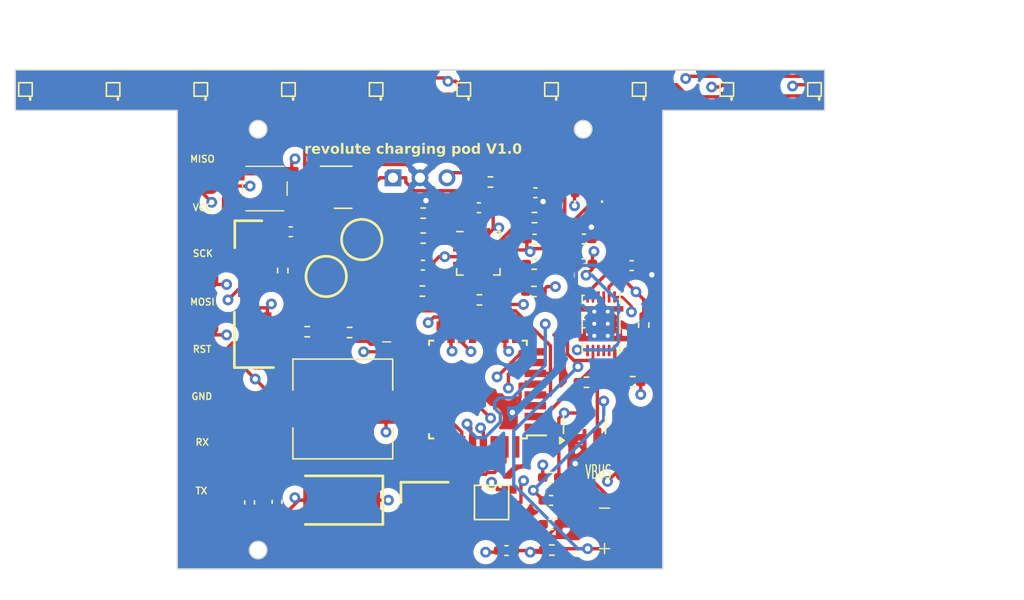
<source format=kicad_pcb>
(kicad_pcb (version 20240108) (generator "pcbnew") (generator_version "8.0")
  (layers (0 "F.Cu" signal) (1 "In1.Cu" signal) (2 "In2.Cu" signal) (31 "B.Cu" signal) (34 "B.Paste" user) (35 "F.Paste" user) (36 "B.SilkS" user "B.Silkscreen") (37 "F.SilkS" user "F.Silkscreen") (38 "B.Mask" user) (39 "F.Mask" user) (44 "Edge.Cuts" user))
  (net 0 "")
  (net 1 "BAT+")
  (net 2 "BAT-")
  (net 3 "Net-(U2-V_{DD})")
  (net 4 "VBUS")
  (net 5 "EN1")
  (net 6 "Net-(U6-GND)")
  (net 7 "Net-(U6-VCC)")
  (net 8 "3V")
  (net 9 "5V")
  (net 10 "PD6")
  (net 11 "Net-(D1-K)")
  (net 12 "Net-(D2-K)")
  (net 13 "Net-(D3-A)")
  (net 14 "Net-(D4-DO)")
  (net 15 "B2")
  (net 16 "Net-(D5-DO)")
  (net 17 "Net-(D6-DO)")
  (net 18 "Net-(D7-DO)")
  (net 19 "Net-(D8-DO)")
  (net 20 "Net-(D10-DI)")
  (net 21 "Net-(D10-DO)")
  (net 22 "Net-(D11-DO)")
  (net 23 "Net-(D12-DO)")
  (net 26 "OC")
  (net 28 "OD")
  (net 29 "Net-(D14-K)")
  (net 30 "V_BATT")
  (net 31 "SDA")
  (net 32 "SCL")
  (net 33 "GPOUT")
  (net 34 "Net-(U1-ILIM)")
  (net 35 "Net-(U1-ISET)")
  (net 36 "PGOOD")
  (net 37 "Net-(U1-~{CHG})")
  (net 38 "Net-(U6-CS)")
  (net 39 "FB")
  (net 40 "Net-(U4-~{RESET}{slash}PC6)")
  (net 41 "PB7")
  (net 42 "PB6")
  (net 43 "TS")
  (net 44 "CE")
  (net 45 "SYSOFF")
  (net 50 "RX")
  (net 51 "TX")
  (net 55 "PB3")
  (net 56 "PB4")
  (net 57 "PB5")
  (net 70 "Net-(D14-A)")
  (net 71 "Net-(U1-EN1)")
  (footprint "LED_SMD:LED_0402_1005Metric_Pad0.77x0.64mm_HandSolder" (layer "F.Cu") (at 129.5 106.5 90)
    (property "Reference" "D1" (hide yes))
    (property "Value" "LEDR")
  )
  (footprint "Resistor_SMD:R_0402_1005Metric_Pad0.72x0.64mm_HandSolder" (layer "F.Cu") (at 134.59 116.92 90)
    (property "Reference" "R5" (hide yes))
    (property "Value" "4.7k")
  )
  (footprint "Resistor_SMD:R_0402_1005Metric_Pad0.72x0.64mm_HandSolder" (layer "F.Cu") (at 118.24 110.47)
    (property "Reference" "R20" (hide yes))
    (property "Value" "10k")
  )
  (footprint "Capacitor_SMD:C_0402_1005Metric_Pad0.74x0.62mm_HandSolder" (layer "F.Cu") (at 118.22 112.48)
    (property "Reference" "C9" (hide yes))
    (property "Value" "10uF")
  )
  (footprint "Package_DFN_QFN:VQFN-16-1EP_3x3mm_P0.5mm_EP1.6x1.6mm" (layer "F.Cu") (at 122.3275 111.6)
    (property "Reference" "U1" (hide yes))
    (property "Value" "BQ24075RGT")
  )
  (footprint "Resistor_SMD:R_0402_1005Metric_Pad0.72x0.64mm_HandSolder" (layer "F.Cu") (at 127.7 128.22)
    (property "Reference" "R15" (hide yes))
    (property "Value" "10k")
  )
  (footprint "Capacitor_SMD:C_0402_1005Metric_Pad0.74x0.62mm_HandSolder" (layer "F.Cu") (at 122.37 108.22 180)
    (property "Reference" "C3" (hide yes))
    (property "Value" "1uF")
  )
  (footprint "Librarys:D_0805_2012Metric_Pad1.15x1.40mm_HandSolder" (layer "F.Cu") (at 115.53 116.62 90)
    (property "Reference" "D14" (hide yes))
    (property "Value" "D_Zener")
  )
  (footprint "LibraryD:Led-ARGB" (layer "F.Cu") (at 127.75 99.45 90)
    (property "Reference" "D7" (hide yes))
    (property "Value" "~")
  )
  (footprint "Librarys:battery" (layer "F.Cu") (at 134 132)
    (property "Reference" "B1" (hide yes))
    (property "Value" "300mah")
  )
  (footprint "LibraryD:Led-ARGB" (layer "F.Cu") (at 108.25 99.45 90)
    (property "Reference" "D10" (hide yes))
    (property "Value" "~")
  )
  (footprint "Resistor_SMD:R_0402_1005Metric_Pad0.72x0.64mm_HandSolder" (layer "F.Cu") (at 118.18 114.4)
    (property "Reference" "R1" (hide yes))
    (property "Value" "100k")
  )
  (footprint "Librarys:FS312F-G" (layer "F.Cu") (at 123.31 130.07)
    (property "Reference" "U6" (hide yes))
    (property "Value" "FS312F-G")
  )
  (footprint "Librarys:a3144" (layer "F.Cu") (at 118 106)
    (property "Reference" "U8" (hide yes))
    (property "Value" "A3144")
  )
  (footprint "Capacitor_SMD:C_0402_1005Metric_Pad0.74x0.62mm_HandSolder" (layer "F.Cu") (at 108.42 110)
    (property "Reference" "C7" (hide yes))
    (property "Value" "22uF")
  )
  (footprint "Librarys:pogopin" (layer "F.Cu") (at 112.367 111.946 -134)
    (property "Reference" "U5" (hide yes))
    (property "Value" "pogopins")
  )
  (footprint "Capacitor_SMD:C_0402_1005Metric_Pad0.74x0.62mm_HandSolder" (layer "F.Cu") (at 130.1525 110.54)
    (property "Reference" "C1" (hide yes))
    (property "Value" "1uF")
  )
  (footprint "Inductor_SMD:L_7.3x7.3_H4.5" (layer "F.Cu") (at 112.28 123.14)
    (property "Reference" "L1" (hide yes))
    (property "Value" "22uH")
  )
  (footprint "Resistor_SMD:R_0402_1005Metric_Pad0.72x0.64mm_HandSolder" (layer "F.Cu") (at 122.41 115.05 180)
    (property "Reference" "R2" (hide yes))
    (property "Value" "10k")
  )
  (footprint "Librarys:arduino pins" (layer "F.Cu") (at 101.8 101.2)
    (property "Reference" "U7" (hide yes))
    (property "Value" "arduinnno pinnnns")
  )
  (footprint "Capacitor_SMD:C_0402_1005Metric_Pad0.74x0.62mm_HandSolder" (layer "F.Cu") (at 126.56 107.11 180)
    (property "Reference" "C8" (hide yes))
    (property "Value" "22uF")
  )
  (footprint "Resistor_SMD:R_0402_1005Metric_Pad0.72x0.64mm_HandSolder" (layer "F.Cu") (at 107.83 112.88 -90)
    (property "Reference" "R13" (hide yes))
    (property "Value" "100k")
  )
  (footprint "Capacitor_SMD:C_0402_1005Metric_Pad0.74x0.62mm_HandSolder" (layer "F.Cu") (at 105.37 130.07 90)
    (property "Reference" "C10" (hide yes))
    (property "Value" "22pf")
  )
  (footprint "Resistor_SMD:R_0402_1005Metric_Pad0.72x0.64mm_HandSolder" (layer "F.Cu") (at 127.78 133.6)
    (property "Reference" "R12" (hide yes))
    (property "Value" "100")
  )
  (footprint "Package_TO_SOT_SMD:SOT-23" (layer "F.Cu") (at 112.3 106.7)
    (property "Reference" "Q2" (hide yes))
    (property "Value" "BSS84")
  )
  (footprint "Resistor_SMD:R_0402_1005Metric_Pad0.72x0.64mm_HandSolder" (layer "F.Cu") (at 112.78 117.47)
    (property "Reference" "R16" (hide yes))
    (property "Value" "1k")
  )
  (footprint "Capacitor_SMD:C_0402_1005Metric_Pad0.74x0.62mm_HandSolder" (layer "F.Cu") (at 107.4 130.03 90)
    (property "Reference" "C11" (hide yes))
    (property "Value" "22pf")
  )
  (footprint "LibraryD:Led-ARGB" (layer "F.Cu") (at 95.25 99.45 90)
    (property "Reference" "D12" (hide yes))
    (property "Value" "~")
  )
  (footprint "Librarys:MT3608" (layer "F.Cu") (at 105.74 112.87)
    (property "Reference" "U3" (hide yes))
    (property "Value" "MT3608")
  )
  (footprint "Resistor_SMD:R_0402_1005Metric_Pad0.72x0.64mm_HandSolder" (layer "F.Cu") (at 118.24 108.62)
    (property "Reference" "R8" (hide yes))
    (property "Value" "590R")
  )
  (footprint "LibraryD:Led-ARGB" (layer "F.Cu") (at 121.25 99.45 90)
    (property "Reference" "D8" (hide yes))
    (property "Value" "~")
  )
  (footprint "Capacitor_SMD:C_0402_1005Metric_Pad0.74x0.62mm_HandSolder" (layer "F.Cu") (at 126.4925 110.55)
    (property "Reference" "C4" (hide yes))
    (property "Value" "10uF")
  )
  (footprint "LibraryD:button 3x3" (layer "F.Cu") (at 106.5 106.8)
    (property "Reference" "SW1" (hide yes))
    (property "Value" "SW_Push")
  )
  (footprint "LibraryD:Led-ARGB" (layer "F.Cu") (at 140.75 99.45 90)
    (property "Reference" "D5" (hide yes))
    (property "Value" "~")
  )
  (footprint "Librarys:usbcpads" (layer "F.Cu") (at 134 126)
    (property "Reference" "U9" (hide yes))
    (property "Value" "~")
  )
  (footprint "LED_SMD:LED_0402_1005Metric_Pad0.77x0.64mm_HandSolder" (layer "F.Cu") (at 131.5 106.5 90)
    (property "Reference" "D2" (hide yes))
    (property "Value" "LEDB")
  )
  (footprint "LibraryD:Led-ARGB" (layer "F.Cu") (at 88.75 99.45 90)
    (property "Reference" "D13" (hide yes))
    (property "Value" "~")
  )
  (footprint "Librarys:SOT-23" (layer "F.Cu") (at 130.2 124.3125 90)
    (property "Reference" "U11" (hide yes))
    (property "Value" "APE8865NR-19-HF-3")
  )
  (footprint "Librarys:Crystal_SMD_5032-2Pin_5.0x3.2mm" (layer "F.Cu") (at 112.2 129.9 180)
    (property "Reference" "Y1" (hide yes))
    (property "Value" "16mhz")
  )
  (footprint "Capacitor_SMD:C_0402_1005Metric_Pad0.74x0.62mm_HandSolder" (layer "F.Cu") (at 124.41 133.64)
    (property "Reference" "C5" (hide yes))
    (property "Value" "100nf")
  )
  (footprint "Resistor_SMD:R_0402_1005Metric_Pad0.72x0.64mm_HandSolder" (layer "F.Cu") (at 123.23 106.31)
    (property "Reference" "R19" (hide yes))
    (property "Value" "10k")
  )
  (footprint "LibraryD:Led-ARGB" (layer "F.Cu") (at 101.75 99.45 90)
    (property "Reference" "D11" (hide yes))
    (property "Value" "~")
  )
  (footprint "LibraryD:Led-ARGB" (layer "F.Cu") (at 134.25 99.45 90)
    (property "Reference" "D6" (hide yes))
    (property "Value" "~")
  )
  (footprint "Librarys:8205A" (layer "F.Cu") (at 118.34 130.07 -90)
    (property "Reference" "Q1" (hide yes))
    (property "Value" "8205A")
  )
  (footprint "Package_QFP:TQFP-32_7x7mm_P0.8mm" (layer "F.Cu") (at 122.3 121.7 180)
    (property "Reference" "U4" (hide yes))
    (property "Value" "ATmega328-A")
  )
  (footprint "Capacitor_SMD:C_0402_1005Metric_Pad0.74x0.62mm_HandSolder" (layer "F.Cu") (at 127.72 129.92)
    (property "Reference" "C6" (hide yes))
    (property "Value" "22uF")
  )
  (footprint "Resistor_SMD:R_0402_1005Metric_Pad0.72x0.64mm_HandSolder" (layer "F.Cu") (at 109.64 117.41)
    (property "Reference" "R14" (hide yes))
    (property "Value" "12k")
  )
  (footprint "Librarys:D_SMA_Handsoldering" (layer "F.Cu") (at 105.27 112.135 -90)
    (property "Reference" "D3" (hide yes))
    (property "Value" "SS34")
  )
  (footprint "Resistor_SMD:R_0402_1005Metric_Pad0.72x0.64mm_HandSolder" (layer "F.Cu") (at 130.35 121.16 180)
    (property "Reference" "R6" (hide yes))
    (property "Value" "10k")
  )
  (footprint "Resistor_SMD:R_0402_1005Metric_Pad0.72x0.64mm_HandSolder" (layer "F.Cu") (at 126.47 112.4)
    (property "Reference" "R10" (hide yes))
    (property "Value" "1k")
  )
  (footprint "LibraryD:Led-ARGB" (layer "F.Cu") (at 114.75 99.45 90)
    (property "Reference" "D9" (hide yes))
    (property "Value" "~")
  )
  (footprint "Package_SON:Texas_S-PDSO-N12" (layer "F.Cu") (at 131.425 116.82 -90)
    (property "Reference" "U2" (hide yes))
    (property "Value" "BQ27441-G1")
  )
  (footprint "Resistor_SMD:R_0402_1005Metric_Pad0.72x0.64mm_HandSolder" (layer "F.Cu") (at 130.19 112.39)
    (property "Reference" "R3" (hide yes))
    (property "Value" "0.01")
  )
  (footprint "Capacitor_SMD:C_0402_1005Metric_Pad0.74x0.62mm_HandSolder" (layer "F.Cu") (at 133.69 112.51)
    (property "Reference" "C2" (hide yes))
    (property "Value" "0.47uF")
  )
  (footprint "Resistor_SMD:R_0402_1005Metric_Pad0.72x0.64mm_HandSolder" (layer "F.Cu") (at 126.45 114.43)
    (property "Reference" "R9" (hide yes))
    (property "Value" "1k")
  )
  (footprint "LibraryD:Led-ARGB" (layer "F.Cu") (at 147.25 99.45 90)
    (property "Reference" "D4" (hide yes))
    (property "Value" "~")
  )
  (footprint "Resistor_SMD:R_0402_1005Metric_Pad0.72x0.64mm_HandSolder" (layer "F.Cu") (at 126.49 108.95)
    (property "Reference" "R7" (hide yes))
    (property "Value" "1.1k")
  )
  (footprint "Resistor_SMD:R_0402_1005Metric_Pad0.72x0.64mm_HandSolder" (layer "F.Cu") (at 133.77 121.12)
    (property "Reference" "R4" (hide yes))
    (property "Value" "4.7k")
  )
  (footprint "Resistor_SMD:R_0402_1005Metric_Pad0.72x0.64mm_HandSolder" (layer "F.Cu") (at 127.72 131.69)
    (property "Reference" "R11" (hide yes))
    (property "Value" "2k")
  )
  (gr_line (start 88 101) (end 100 101) (stroke (width 0.1)) (layer "Edge.Cuts"))
  (gr_line (start 88 100) (end 88 101) (stroke (width 0.1)) (layer "Edge.Cuts"))
  (gr_line (start 100 101) (end 100 135) (stroke (width 0.1)) (layer "Edge.Cuts"))
  (gr_circle (center 106 133.6) (end 106.65 133.6) (stroke (width 0.1)) (fill none) (layer "Edge.Cuts"))
  (gr_line (start 148 100) (end 148 101) (stroke (width 0.1)) (layer "Edge.Cuts"))
  (gr_line (start 136 101) (end 148 101) (stroke (width 0.1)) (layer "Edge.Cuts"))
  (gr_line (start 148 100) (end 148 98) (stroke (width 0.1)) (layer "Edge.Cuts"))
  (gr_circle (center 130.1 102.4) (end 130.75 102.4) (stroke (width 0.1)) (fill none) (layer "Edge.Cuts"))
  (gr_line (start 88 98) (end 88 100) (stroke (width 0.1)) (layer "Edge.Cuts"))
  (gr_circle (center 106 102.4) (end 106.65 102.4) (stroke (width 0.1)) (fill none) (layer "Edge.Cuts"))
  (gr_line (start 136 101) (end 136 135) (stroke (width 0.1)) (layer "Edge.Cuts"))
  (gr_line (start 136 135) (end 100 135) (stroke (width 0.1)) (layer "Edge.Cuts"))
  (gr_line (start 148 98) (end 88 98) (stroke (width 0.1)) (layer "Edge.Cuts"))
  (gr_text "revolute charging pod V1.0" (at 109.42 104.34 0) (layer "F.SilkS") (effects (font (size 0.75 0.75) (thickness 0.125) (bold yes)) (justify left bottom)))
  (segment (start 128.4775 133.5) (end 128.3775 133.6) (width 0.25) (layer "F.Cu") (net 1))
  (segment (start 129.71 119.84) (end 129.71 120) (width 0.25) (layer "F.Cu") (net 1))
  (segment (start 134 133.5) (end 130.43 133.5) (width 0.25) (layer "F.Cu") (net 1))
  (segment (start 129.5925 114.0375) (end 128.935 114.695) (width 0.25) (layer "F.Cu") (net 1))
  (segment (start 129.415 119.545) (end 130.665 119.545) (width 0.25) (layer "F.Cu") (net 1))
  (segment (start 129.5925 110.5475) (end 129.5925 112.39) (width 0.25) (layer "F.Cu") (net 1))
  (segment (start 128.935 114.695) (end 128.935 119.065) (width 0.25) (layer "F.Cu") (net 1))
  (segment (start 129.415 119.545) (end 129.71 119.84) (width 0.25) (layer "F.Cu") (net 1))
  (segment (start 128.935 119.065) (end 129.415 119.545) (width 0.25) (layer "F.Cu") (net 1))
  (segment (start 129.585 110.54) (end 129.5925 110.5475) (width 0.25) (layer "F.Cu") (net 1))
  (segment (start 130.43 133.5) (end 128.4775 133.5) (width 0.25) (layer "F.Cu") (net 1))
  (segment (start 129.5925 112.39) (end 129.5925 114.0375) (width 0.25) (layer "F.Cu") (net 1))
  (segment (start 130.825 119.385) (end 130.825 119.12) (width 0.2) (layer "F.Cu") (net 1))
  (segment (start 130.665 119.545) (end 130.825 119.385) (width 0.2) (layer "F.Cu") (net 1))
  (segment (start 129.5925 114.0375) (end 130.4 114.845) (width 0.25) (layer "F.Cu") (net 1))
  (via (at 129.71 120) (size 0.8) (drill 0.4) (layers "F.Cu" "B.Cu") (net 1))
  (via (at 130.43 133.5) (size 0.8) (drill 0.4) (layers "F.Cu" "B.Cu") (net 1))
  (segment (start 124.9552 128.757205) (end 129.697995 133.5) (width 0.25) (layer "B.Cu") (net 1))
  (segment (start 129.71 120) (end 124.9552 124.7548) (width 0.25) (layer "B.Cu") (net 1))
  (segment (start 124.9552 124.7548) (end 124.9552 128.757205) (width 0.25) (layer "B.Cu") (net 1))
  (segment (start 129.697995 133.5) (end 130.43 133.5) (width 0.25) (layer "B.Cu") (net 1))
  (segment (start 122.3275 111.6) (end 122.3275 111.80026) (width 0.2) (layer "F.Cu") (net 2))
  (segment (start 132.0733 117.92) (end 132.0733 117.8683) (width 0.25) (layer "F.Cu") (net 2))
  (segment (start 123.0025 112.9625) (end 123.0775 113.0375) (width 0.2) (layer "F.Cu") (net 2))
  (segment (start 129.25 125.25) (end 130.1321 126.1321) (width 0.25) (layer "F.Cu") (net 2))
  (segment (start 117.9228 132.397) (end 117.1775 131.6517) (width 0.25) (layer "F.Cu") (net 2))
  (segment (start 130.7767 115.7717) (end 130.925 115.92) (width 0.25) (layer "F.Cu") (net 2))
  (segment (start 117.6425 108.8544) (end 117.6425 108.6871) (width 0.25) (layer "F.Cu") (net 2))
  (segment (start 105.37 129.5025) (end 104.7014 130.1711) (width 0.25) (layer "F.Cu") (net 2))
  (segment (start 125.8925 108.2743) (end 125.8925 108.95) (width 0.25) (layer "F.Cu") (net 2))
  (segment (start 95.1698 100.3106) (end 95.6 99.8804) (width 0.25) (layer "F.Cu") (net 2))
  (segment (start 107.36 129.5025) (end 105.37 129.5025) (width 0.25) (layer "F.Cu") (net 2))
  (segment (start 132.2875 110.54) (end 130.72 110.54) (width 0.25) (layer "F.Cu") (net 2))
  (segment (start 135.247 100.447) (end 140.5334 100.447) (width 0.25) (layer "F.Cu") (net 2))
  (segment (start 125.3821 122.8588) (end 125.4233 122.9) (width 0.25) (layer "F.Cu") (net 2))
  (segment (start 121.8535 112.2731) (end 121.6544 112.4722) (width 0.25) (layer "F.Cu") (net 2))
  (segment (start 96.0779 100.3583) (end 101.6263 100.3583) (width 0.25) (layer "F.Cu") (net 2))
  (segment (start 104.7014 130.1711) (end 104.7014 131.1025) (width 0.25) (layer "F.Cu") (net 2))
  (segment (start 109.4602 106.9398) (end 109.4602 105.0108) (width 0.25) (layer "F.Cu") (net 2))
  (segment (start 121.5775 112.600001) (end 121.5775 113.0375) (width 0.2) (layer "F.Cu") (net 2))
  (segment (start 132.79 115.72) (end 132.7375 115.72) (width 0.25) (layer "F.Cu") (net 2))
  (segment (start 121.5545 107.972) (end 121.8025 108.22) (width 0.25) (layer "F.Cu") (net 2))
  (segment (start 114.92 120.0967) (end 110.2375 120.0967) (width 0.25) (layer "F.Cu") (net 2))
  (segment (start 124.034 122.1) (end 124.2539 122.3199) (width 0.25) (layer "F.Cu") (net 2))
  (segment (start 128.3175 129.92) (end 128.58 129.92) (width 0.25) (layer "F.Cu") (net 2))
  (segment (start 117.6425 108.8544) (end 117.6425 110.47) (width 0.25) (layer "F.Cu") (net 2))
  (segment (start 131.625 115.62) (end 131.925 115.92) (width 0.2) (layer "F.Cu") (net 2))
  (segment (start 117.6425 112.47) (end 117.6425 110.47) (width 0.25) (layer "F.Cu") (net 2))
  (segment (start 108.6486 99.8486) (end 108.6 99.8) (width 0.25) (layer "F.Cu") (net 2))
  (segment (start 132.8394 130.5) (end 134 130.5) (width 0.25) (layer "F.Cu") (net 2))
  (segment (start 105.74 119.17) (end 105.74 120.0967) (width 0.25) (layer "F.Cu") (net 2))
  (segment (start 125.9867 122.9) (end 126.55 122.9) (width 0.25) (layer "F.Cu") (net 2))
  (segment (start 123.3001 107.533) (end 122.4895 107.533) (width 0.25) (layer "F.Cu") (net 2))
  (segment (start 132.0733 115.7717) (end 131.925 115.92) (width 0.25) (layer "F.Cu") (net 2))
  (segment (start 111.7775 115.87) (end 113.3775 117.47) (width 0.25) (layer "F.Cu") (net 2))
  (segment (start 122.3275 111.80026) (end 123.0025 112.47526) (width 0.2) (layer "F.Cu") (net 2))
  (segment (start 122.2799 111.7471) (end 122.2799 111.7776) (width 0.25) (layer "F.Cu") (net 2))
  (segment (start 147.6 99.8873) (end 147.6 99.8) (width 0.25) (layer "F.Cu") (net 2))
  (segment (start 130.1125 115.72) (end 130.7767 115.72) (width 0.25) (layer "F.Cu") (net 2))
  (segment (start 130.1125 117.92) (end 130.7767 117.92) (width 0.25) (layer "F.Cu") (net 2))
  (segment (start 134.6 99.8) (end 134.6491 99.8491) (width 0.25) (layer "F.Cu") (net 2))
  (segment (start 127.1275 108.2743) (end 127.1275 107.76) (width 0.25) (layer "F.Cu") (net 2))
  (segment (start 108.6486 99.8486) (end 108.1952 100.302) (width 0.25) (layer "F.Cu") (net 2))
  (segment (start 131.9928 126.5072) (end 134 124.5) (width 0.25) (layer "F.Cu") (net 2))
  (segment (start 128.3175 131.69) (end 127.6105 132.397) (width 0.25) (layer "F.Cu") (net 2))
  (segment (start 134.6491 99.8491) (end 135.247 100.447) (width 0.25) (layer "F.Cu") (net 2))
  (segment (start 131.9125 116.17) (end 131.925 116.1575) (width 0.25) (layer "F.Cu") (net 2))
  (segment (start 134.51 112.51) (end 135.19 113.19) (width 0.25) (layer "F.Cu") (net 2))
  (segment (start 124.85 123.4) (end 125.35 122.9) (width 0.25) (layer "F.Cu") (net 2))
  (segment (start 117.6425 108.6871) (end 118.3576 107.972) (width 0.25) (layer "F.Cu") (net 2))
  (segment (start 128.1486 99.8486) (end 127.6952 100.302) (width 0.25) (layer "F.Cu") (net 2))
  (segment (start 102.1 99.8846) (end 102.1 99.8) (width 0.25) (layer "F.Cu") (net 2))
  (segment (start 134.1962 100.302) (end 128.602 100.302) (width 0.25) (layer "F.Cu") (net 2))
  (segment (start 117.0108 105.0108) (end 109.4602 105.0108) (width 0.25) (layer "F.Cu") (net 2))
  (segment (start 108.5 107.9) (end 109.4602 106.9398) (width 0.25) (layer "F.Cu") (net 2))
  (segment (start 127.06 110.55) (end 127.7723 109.8377) (width 0.25) (layer "F.Cu") (net 2))
  (segment (start 128.3175 129.92) (end 128.3175 131.69) (width 0.25) (layer "F.Cu") (net 2))
  (segment (start 130.4337 128.0663) (end 130.4197 128.0803) (width 0.25) (layer "F.Cu") (net 2))
  (segment (start 121.1268 100.3575) (end 121.6 99.8843) (width 0.25) (layer "F.Cu") (net 2))
  (segment (start 108.9875 110) (end 108.9875 111.2446) (width 0.25) (layer "F.Cu") (net 2))
  (segment (start 101.8 123.7) (end 101.8 120.2) (width 0.25) (layer "F.Cu") (net 2))
  (segment (start 117.852 130.688) (end 117.469 131.071) (width 0.25) (layer "F.Cu") (net 2))
  (segment (start 129.25 125.25) (end 129.25 126.93) (width 0.25) (layer "F.Cu") (net 2))
  (segment (start 122.5775 110.1625) (end 122.5775 111.35) (width 0.25) (layer "F.Cu") (net 2))
  (segment (start 134.2575 112.51) (end 132.2875 110.54) (width 0.25) (layer "F.Cu") (net 2))
  (segment (start 104.7014 131.1025) (end 105.5103 131.9114) (width 0.25) (layer "F.Cu") (net 2))
  (segment (start 125.4233 121.3) (end 125.4233 122.2787) (width 0.25) (layer "F.Cu") (net 2))
  (segment (start 109.4602 100.302) (end 109.102 100.302) (width 0.25) (layer "F.Cu") (net 2))
  (segment (start 130.7767 117.8683) (end 130.925 117.72) (width 0.25) (layer "F.Cu") (net 2))
  (segment (start 141.597 100.3774) (end 147.1099 100.3774) (width 0.25) (layer "F.Cu") (net 2))
  (segment (start 127.6952 100.302) (end 122.0177 100.302) (width 0.25) (layer "F.Cu") (net 2))
  (segment (start 117.6525 114.33) (end 117.6525 112.48) (width 0.25) (layer "F.Cu") (net 2))
  (segment (start 122.4895 107.533) (end 121.8025 108.22) (width 0.25) (layer "F.Cu") (net 2))
  (segment (start 128.602 100.302) (end 128.1486 99.8486) (width 0.25) (layer "F.Cu") (net 2))
  (segment (start 130.1322 126.2057) (end 130.4337 126.5072) (width 0.25) (layer "F.Cu") (net 2))
  (segment (start 118.05 122.1) (end 116.9233 122.1) (width 0.25) (layer "F.Cu") (net 2))
  (segment (start 128.2875 129.92) (end 128.3175 129.92) (width 0.25) (layer "F.Cu") (net 2))
  (segment (start 132.0733 117.8683) (end 131.925 117.72) (width 0.25) (layer "F.Cu") (net 2))
  (segment (start 89.6106 100.3106) (end 95.1698 100.3106) (width 0.25) (layer "F.Cu") (net 2))
  (segment (start 118.05 122.1) (end 124.034 122.1) (width 0.25) (layer "F.Cu") (net 2))
  (segment (start 122.5294 110.699) (end 122.5294 109.626) (width 0.25) (layer "F.Cu") (net 2))
  (segment (start 132.0733 115.72) (end 132.0733 115.7717) (width 0.25) (layer "F.Cu") (net 2))
  (segment (start 118.4447 107.693) (end 118.4447 107.972) (width 0.25) (layer "F.Cu") (net 2))
  (segment (start 122.5294 109.626) (end 121.8025 108.8991) (width 0.25) (layer "F.Cu") (net 2))
  (segment (start 117.273 129.069) (end 117.852 129.648) (width 0.25) (layer "F.Cu") (net 2))
  (segment (start 89.1 99.8) (end 89.6106 100.3106) (width 0.25) (layer "F.Cu") (net 2))
  (segment (start 111.0513 115.1438) (end 111.7775 115.87) (width 0.25) (layer "F.Cu") (net 2))
  (segment (start 101.6263 100.3583) (end 102.1 99.8846) (width 0.25) (layer "F.Cu") (net 2))
  (segment (start 127.5306 108.2743) (end 127.1275 108.2743) (width 0.25) (layer "F.Cu") (net 2))
  (segment (start 140.5334 100.447) (end 141.1 99.8804) (width 0.25) (layer "F.Cu") (net 2))
  (segment (start 131.9125 117.47) (end 131.925 117.4825) (width 0.25) (layer "F.Cu") (net 2))
  (segment (start 130.925 116.1575) (end 130.925 115.92) (width 0.25) (layer "F.Cu") (net 2))
  (segment (start 108.5 107.9) (end 108.9875 108.3875) (width 0.25) (layer "F.Cu") (net 2))
  (segment (start 116.9178 131.9114) (end 117.1775 131.6517) (width 0.25) (layer "F.Cu") (net 2))
  (segment (start 104.1093 118.2433) (end 105.74 118.2433) (width 0.25) (layer "F.Cu") (net 2))
  (segment (start 130.1321 126.1321) (end 130.1321 126.2057) (width 0.25) (layer "F.Cu") (net 2))
  (segment (start 117.6525 112.48) (end 117.6425 112.47) (width 0.25) (layer "F.Cu") (net 2))
  (segment (start 134.2575 112.51) (end 134.51 112.51) (width 0.25) (layer "F.Cu") (net 2))
  (segment (start 115.1 99.8) (end 115.1521 99.852) (width 0.25) (layer "F.Cu") (net 2))
  (segment (start 130.4337 126.5072) (end 130.4337 128.0663) (width 0.25) (layer "F.Cu") (net 2))
  (segment (start 117.469 131.071) (end 117.1775 131.071) (width 0.25) (layer "F.Cu") (net 2))
  (segment (start 125.8925 108.2743) (end 124.0414 108.2743) (width 0.25) (layer "F.Cu") (net 2))
  (segment (start 121.8025 108.8991) (end 121.8025 108.22) (width 0.25) (layer "F.Cu") (net 2))
  (segment (start 125.4233 122.2787) (end 125.3821 122.3199) (width 0.25) (layer "F.Cu") (net 2))
  (segment (start 107.4 129.4625) (end 107.36 129.5025) (width 0.25) (layer "F.Cu") (net 2))
  (segment (start 127.7723 108.516) (end 127.5306 108.2743) (width 0.25) (layer "F.Cu") (net 2))
  (segment (start 117.6425 108.62) (end 117.6425 108.8544) (width 0.25) (layer "F.Cu") (net 2))
  (segment (start 95.6 99.8804) (end 96.0779 100.3583) (width 0.25) (layer "F.Cu") (net 2))
  (segment (start 131.925 117.4825) (end 131.925 117.72) (width 0.25) (layer "F.Cu") (net 2))
  (segment (start 110.2375 120.0967) (end 105.74 120.0967) (width 0.25) (layer "F.Cu") (net 2))
  (segment (start 131.925 116.1575) (end 131.925 115.92) (width 0.25) (layer "F.Cu") (net 2))
  (segment (start 102.1526 120.2) (end 104.1093 118.2433) (width 0.25) (layer "F.Cu") (net 2))
  (segment (start 131.625 114.845) (end 131.625 115.62) (width 0.2) (layer "F.Cu") (net 2))
  (segment (start 128.58 129.92) (end 130.4197 128.0803) (width 0.25) (layer "F.Cu") (net 2))
  (segment (start 121.6544 112.4722) (end 121.6544 112.523101) (width 0.2) (layer "F.Cu") (net 2))
  (segment (start 105.74 119.17) (end 105.74 118.2433) (width 0.25) (layer "F.Cu") (net 2))
  (segment (start 125.3821 122.3199) (end 125.3821 122.8588) (width 0.25) (layer "F.Cu") (net 2))
  (segment (start 129.25 126.93) (end 129.51 127.19) (width 0.25) (layer "F.Cu") (net 2))
  (segment (start 122.0177 100.302) (end 121.6 99.8843) (width 0.25) (layer "F.Cu") (net 2))
  (segment (start 127.1275 108.2743) (end 125.8925 108.2743) (width 0.25) (layer "F.Cu") (net 2))
  (segment (start 127.7723 109.8377) (end 127.7723 108.516) (width 0.25) (layer "F.Cu") (net 2))
  (segment (start 130.925 116.82) (end 131.425 116.82) (width 0.25) (layer "F.Cu") (net 2))
  (segment (start 109.4602 105.0108) (end 109.4602 100.302) (width 0.25) (layer "F.Cu") (net 2))
  (segment (start 121.6544 112.074) (end 121.6544 111.626) (width 0.25) (layer "F.Cu") (net 2))
  (segment (start 130.72 109.67) (end 130.71 109.66) (width 0.25) (layer "F.Cu") (net 2))
  (segment (start 115.1521 99.852) (end 114.7021 100.302) (width 0.25) (layer "F.Cu") (net 2))
  (segment (start 104.5 107.9) (end 108.5 107.9) (width 0.25) (layer "F.Cu") (net 2))
  (segment (start 130.4197 128.0803) (end 132.8394 130.5) (width 0.25) (layer "F.Cu") (net 2))
  (segment (start 118 106) (end 117.0108 105.0108) (width 0.25) (layer "F.Cu") (net 2))
  (segment (start 130.9375 117.7075) (end 130.9375 117.47) (width 0.25) (layer "F.Cu") (net 2))
  (segment (start 123.0025 112.47526) (end 123.0025 112.9625) (width 0.2) (layer "F.Cu") (net 2))
  (segment (start 108.9875 111.2446) (end 111.0513 113.3084) (width 0.25) (layer "F.Cu") (net 2))
  (segment (start 131.425 116.82) (end 131.925 116.82) (width 0.25) (layer "F.Cu") (net 2))
  (segment (start 101.8 120.2) (end 102.1526 120.2) (width 0.25) (layer "F.Cu") (net 2))
  (segment (start 122.3275 111.6) (end 122.3275 111.6995) (width 0.25) (layer "F.Cu") (net 2))
  (segment (start 121.6 99.8843) (end 121.6 99.8) (width 0.25) (layer "F.Cu") (net 2))
  (segment (start 130.7767 115.72) (end 130.7767 115.7717) (width 0.25) (layer "F.Cu") (net 2))
  (segment (start 125.9867 122.9) (end 125.4233 122.9) (width 0.25) (layer "F.Cu") (net 2))
  (segment (start 130.72 110.54) (end 130.72 109.67) (width 0.25) (layer "F.Cu") (net 2))
  (segment (start 121.6544 110.9269) (end 121.8015 110.9269) (width 0.25) (layer "F.Cu") (net 2))
  (segment (start 111.0513 113.3084) (end 111.0513 115.1438) (width 0.25) (layer "F.Cu") (net 2))
  (segment (start 130.7767 117.92) (end 130.7767 117.8683) (width 0.25) (layer "F.Cu") (net 2))
  (segment (start 117.5825 114.4) (end 117.6525 114.33) (width 0.25) (layer "F.Cu") (net 2))
  (segment (start 121.6544 112.4722) (end 121.6544 112.126) (width 0.25) (layer "F.Cu") (net 2))
  (segment (start 122.5775 111.35) (end 122.3275 111.6) (width 0.25) (layer "F.Cu") (net 2))
  (segment (start 117.1775 129.069) (end 117.273 129.069) (width 0.25) (layer "F.Cu") (net 2))
  (segment (start 116.9233 122.1) (end 114.92 120.0967) (width 0.25) (layer "F.Cu") (net 2))
  (segment (start 130.925 117.72) (end 130.9375 117.7075) (width 0.25) (layer "F.Cu") (net 2))
  (segment (start 117.1775 131.071) (end 117.1775 131.6517) (width 0.25) (layer "F.Cu") (net 2))
  (segment (start 130.9375 116.17) (end 130.925 116.1575) (width 0.25) (layer "F.Cu") (net 2))
  (segment (start 130.1321 126.2057) (end 130.1322 126.2057) (width 0.25) (layer "F.Cu") (net 2))
  (segment (start 127.1275 107.76) (end 127.1275 107.11) (width 0.25) (layer "F.Cu") (net 2))
  (segment (start 132.7375 115.72) (end 132.0733 115.72) (width 0.25) (layer "F.Cu") (net 2))
  (segment (start 115.1521 99.852) (end 115.6575 100.3575) (width 0.25) (layer "F.Cu") (net 2))
  (segment (start 141.1 99.8804) (end 141.597 100.3774) (width 0.25) (layer "F.Cu") (net 2))
  (segment (start 130.4337 126.5072) (end 131.9928 126.5072) (width 0.25) (layer "F.Cu") (net 2))
  (segment (start 130.06 115.72) (end 130.1125 115.72) (width 0.25) (layer "F.Cu") (net 2))
  (segment (start 118.4447 107.972) (end 121.5545 107.972) (width 0.25) (layer "F.Cu") (net 2))
  (segment (start 108.1952 100.302) (end 102.5174 100.302) (width 0.25) (layer "F.Cu") (net 2))
  (segment (start 127.6105 132.397) (end 117.9228 132.397) (width 0.25) (layer "F.Cu") (net 2))
  (segment (start 147.1099 100.3774) (end 147.6 99.8873) (width 0.25) (layer "F.Cu") (net 2))
  (segment (start 128.1486 99.8486) (end 128.1 99.8) (width 0.25) (layer "F.Cu") (net 2))
  (segment (start 124.0414 108.2743) (end 123.3001 107.533) (width 0.25) (layer "F.Cu") (net 2))
  (segment (start 117.852 129.648) (end 117.852 130.688) (width 0.25) (layer "F.Cu") (net 2))
  (segment (start 130.06 117.92) (end 130.1125 117.92) (width 0.25) (layer "F.Cu") (net 2))
  (segment (start 115.6575 100.3575) (end 121.1268 100.3575) (width 0.25) (layer "F.Cu") (net 2))
  (segment (start 108.9875 108.3875) (end 108.9875 110) (width 0.25) (layer "F.Cu") (net 2))
  (segment (start 134.6491 99.8491) (end 134.1962 100.302) (width 0.25) (layer "F.Cu") (net 2))
  (segment (start 109.102 100.302) (end 108.6486 99.8486) (width 0.25) (layer "F.Cu") (net 2))
  (segment (start 95.6 99.8804) (end 95.6 99.8) (width 0.25) (layer "F.Cu") (net 2))
  (segment (start 102.5174 100.302) (end 102.1 99.8846) (width 0.25) (layer "F.Cu") (net 2))
  (segment (start 122.3275 111.6995) (end 122.2799 111.7471) (width 0.25) (layer "F.Cu") (net 2))
  (segment (start 122.3015 110.9269) (end 122.5294 110.699) (width 0.25) (layer "F.Cu") (net 2))
  (segment (start 122.2799 111.7776) (end 122.7754 112.2731) (width 0.25) (layer "F.Cu") (net 2))
  (segment (start 132.79 117.92) (end 132.7375 117.92) (width 0.25) (layer "F.Cu") (net 2))
  (segment (start 121.6544 112.523101) (end 121.5775 112.600001) (width 0.2) (layer "F.Cu") (net 2))
  (segment (start 105.5103 131.9114) (end 116.9178 131.9114) (width 0.25) (layer "F.Cu") (net 2))
  (segment (start 110.2375 117.41) (end 110.2375 120.0967) (width 0.25) (layer "F.Cu") (net 2))
  (segment (start 114.7021 100.302) (end 109.4602 100.302) (width 0.25) (layer "F.Cu") (net 2))
  (segment (start 126.55 121.3) (end 125.4233 121.3) (width 0.25) (layer "F.Cu") (net 2))
  (segment (start 125.35 122.9) (end 126.55 122.9) (width 0.25) (layer "F.Cu") (net 2))
  (segment (start 124.2539 122.3199) (end 125.3821 122.3199) (width 0.25) (layer "F.Cu") (net 2))
  (segment (start 118.3576 107.972) (end 118.4447 107.972) (width 0.25) (layer "F.Cu") (net 2))
  (segment (start 111.7775 115.87) (end 110.2375 117.41) (width 0.25) (layer "F.Cu") (net 2))
  (segment (start 132.7375 117.92) (end 132.0733 117.92) (width 0.25) (layer "F.Cu") (net 2))
  (segment (start 141.1 99.8804) (end 141.1 99.8) (width 0.25) (layer "F.Cu") (net 2))
  (via (at 118.4447 107.693) (size 0.8) (drill 0.4) (layers "F.Cu" "B.Cu") (net 2))
  (via (at 129.51 127.19) (size 0.8) (drill 0.4) (layers "F.Cu" "B.Cu") (net 2))
  (via (at 135.19 113.19) (size 0.8) (drill 0.4) (layers "F.Cu" "B.Cu") (net 2))
  (via (at 127.1275 107.76) (size 0.8) (drill 0.4) (layers "F.Cu" "B.Cu") (net 2))
  (via (at 124.85 123.4) (size 0.8) (drill 0.4) (layers "F.Cu" "B.Cu") (net 2))
  (via (at 130.71 109.66) (size 0.8) (drill 0.4) (layers "F.Cu" "B.Cu") (net 2))
  (segment (start 129.5925 112.919695) (end 129.5925 114.9875) (width 0.25) (layer "B.Cu") (net 2))
  (segment (start 130.017195 112.495) (end 129.5925 112.919695) (width 0.25) (layer "B.Cu") (net 2))
  (segment (start 131.425 116.82) (end 130.925 116.82) (width 0.25) (layer "B.Cu") (net 2))
  (segment (start 130.48 109.43) (end 128.7975 109.43) (width 0.25) (layer "B.Cu") (net 2))
  (segment (start 129.5925 114.9875) (end 131.425 116.82) (width 0.25) (layer "B.Cu") (net 2))
  (segment (start 128.7975 109.43) (end 127.1275 107.76) (width 0.25) (layer "B.Cu") (net 2))
  (segment (start 134.495 112.495) (end 130.017195 112.495) (width 0.25) (layer "B.Cu") (net 2))
  (segment (start 130.71 109.66) (end 130.48 109.43) (width 0.25) (layer "B.Cu") (net 2))
  (segment (start 135.19 113.19) (end 134.495 112.495) (width 0.25) (layer "B.Cu") (net 2))
  (segment (start 133.1225 112.51) (end 132.44 112.51) (width 0.25) (layer "F.Cu") (net 3))
  (segment (start 130.825 114.125) (end 130.825 114.845) (width 0.2) (layer "F.Cu") (net 3))
  (segment (start 130.88 114.07) (end 130.825 114.125) (width 0.2) (layer "F.Cu") (net 3))
  (segment (start 132.44 112.51) (end 130.88 114.07) (width 0.25) (layer "F.Cu") (net 3))
  (segment (start 130.88 114.07) (end 130.88 114.09) (width 0.2) (layer "F.Cu") (net 3))
  (segment (start 123.4282 109.7084) (end 123.8423 109.7084) (width 0.25) (layer "F.Cu") (net 4))
  (segment (start 132.9128 127.5) (end 131.9028 128.51) (width 0.25) (layer "F.Cu") (net 4))
  (segment (start 123.4282 109.8118) (end 123.4282 109.7084) (width 0.25) (layer "F.Cu") (net 4))
  (segment (start 123.4282 109.7084) (end 123.4282 108.7107) (width 0.25) (layer "F.Cu") (net 4))
  (segment (start 123.4282 108.7107) (end 122.9375 108.22) (width 0.25) (layer "F.Cu") (net 4))
  (segment (start 134 127.5) (end 132.9128 127.5) (width 0.25) (layer "F.Cu") (net 4))
  (segment (start 123.0775 110.1625) (end 123.4282 109.8118) (width 0.25) (layer "F.Cu") (net 4))
  (via (at 131.9028 128.51) (size 0.8) (drill 0.4) (layers "F.Cu" "B.Cu") (net 4))
  (via (at 123.8423 109.7084) (size 0.8) (drill 0.4) (layers "F.Cu" "B.Cu") (net 4))
  (segment (start 127.4273 111.2499) (end 126.1642 111.2499) (width 0.25) (layer "F.Cu") (net 5))
  (segment (start 125.925 111.2499) (end 125.925 110.55) (width 0.25) (layer "F.Cu") (net 5))
  (segment (start 126.1642 111.2499) (end 125.925 111.2499) (width 0.25) (layer "F.Cu") (net 5))
  (segment (start 123.3484 115.3909) (end 125.6748 115.3909) (width 0.25) (layer "F.Cu") (net 5))
  (segment (start 128.2975 123.8379) (end 128.6968 123.4386) (width 0.25) (layer "F.Cu") (net 5))
  (segment (start 128.3161 109.620004) (end 128.3161 110.3611) (width 0.25) (layer "F.Cu") (net 5))
  (segment (start 129.5 105.9275) (end 128.7332 106.6943) (width 0.25) (layer "F.Cu") (net 5))
  (segment (start 128.7332 109.202904) (end 128.3161 109.620004) (width 0.25) (layer "F.Cu") (net 5))
  (segment (start 123.0075 115.05) (end 123.3484 115.3909) (width 0.25) (layer "F.Cu") (net 5))
  (segment (start 123.765 111.35) (end 125.8249 111.35) (width 0.25) (layer "F.Cu") (net 5))
  (segment (start 126.1642 111.47) (end 126.1642 111.2499) (width 0.25) (layer "F.Cu") (net 5))
  (segment (start 125.8249 111.35) (end 125.925 111.2499) (width 0.25) (layer "F.Cu") (net 5))
  (segment (start 123.765 111.35) (end 123.765 111.85) (width 0.25) (layer "F.Cu") (net 5))
  (segment (start 129.5 105.9275) (end 131.5 105.9275) (width 0.25) (layer "F.Cu") (net 5))
  (segment (start 128.6968 123.4386) (end 130.1364 123.4386) (width 0.25) (layer "F.Cu") (net 5))
  (segment (start 128.3161 110.3611) (end 127.4273 111.2499) (width 0.25) (layer "F.Cu") (net 5))
  (segment (start 128.7332 106.6943) (end 128.7332 109.202904) (width 0.25) (layer "F.Cu") (net 5))
  (segment (start 130.1364 123.4386) (end 130.2 123.375) (width 0.25) (layer "F.Cu") (net 5))
  (segment (start 128.2975 128.22) (end 128.2975 123.8379) (width 0.25) (layer "F.Cu") (net 5))
  (via (at 128.6968 123.4386) (size 0.8) (drill 0.4) (layers "F.Cu" "B.Cu") (net 5))
  (via (at 126.1642 111.47) (size 0.8) (drill 0.4) (layers "F.Cu" "B.Cu") (net 5))
  (via (at 125.6748 115.3909) (size 0.8) (drill 0.4) (layers "F.Cu" "B.Cu") (net 5))
  (segment (start 124.61 129.12) (end 123.7333 129.12) (width 0.25) (layer "F.Cu") (net 6))
  (segment (start 123.7333 129.12) (end 123.7333 128.9976) (width 0.25) (layer "F.Cu") (net 6))
  (segment (start 123.7265 133.756) (end 123.8425 133.64) (width 0.25) (layer "F.Cu") (net 6))
  (segment (start 123.7333 128.9976) (end 123.31 128.5743) (width 0.25) (layer "F.Cu") (net 6))
  (segment (start 122.8691 133.756) (end 123.7265 133.756) (width 0.25) (layer "F.Cu") (net 6))
  (via (at 123.31 128.5743) (size 0.8) (drill 0.4) (layers "F.Cu" "B.Cu") (net 6))
  (via (at 122.8691 133.756) (size 0.8) (drill 0.4) (layers "F.Cu" "B.Cu") (net 6))
  (segment (start 124.9775 133.64) (end 127.1425 133.64) (width 0.25) (layer "F.Cu") (net 7))
  (segment (start 127.0265 133.756) (end 127.1825 133.6) (width 0.25) (layer "F.Cu") (net 7))
  (segment (start 127.1425 133.64) (end 127.1825 133.6) (width 0.25) (layer "F.Cu") (net 7))
  (segment (start 124.61 130.07) (end 125.4867 130.07) (width 0.25) (layer "F.Cu") (net 7))
  (segment (start 125.4867 130.07) (end 125.4867 128.6504) (width 0.25) (layer "F.Cu") (net 7))
  (segment (start 126.1747 133.756) (end 127.0265 133.756) (width 0.25) (layer "F.Cu") (net 7))
  (segment (start 125.4867 128.6504) (end 125.6802 128.4569) (width 0.25) (layer "F.Cu") (net 7))
  (via (at 125.6802 128.4569) (size 0.8) (drill 0.4) (layers "F.Cu" "B.Cu") (net 7))
  (via (at 126.1747 133.756) (size 0.8) (drill 0.4) (layers "F.Cu" "B.Cu") (net 7))
  (segment (start 105.74 116.1066) (end 105.74 116.57) (width 0.25) (layer "F.Cu") (net 8))
  (segment (start 105.74 115.6433) (end 106.69 115.6433) (width 0.25) (layer "F.Cu") (net 8))
  (segment (start 132.361 121.3342) (end 132.5752 121.12) (width 0.25) (layer "F.Cu") (net 8))
  (segment (start 131.15 122.5556) (end 131.15 125.25) (width 0.25) (layer "F.Cu") (net 8))
  (segment (start 134.59 119.7025) (end 133.1725 121.12) (width 0.25) (layer "F.Cu") (net 8))
  (segment (start 134.59 117.5175) (end 134.59 119.7025) (width 0.25) (layer "F.Cu") (net 8))
  (segment (start 130.9475 121.16) (end 131.15 121.3625) (width 0.25) (layer "F.Cu") (net 8))
  (segment (start 115.48 124.8525) (end 115.48 123.14) (width 0.25) (layer "F.Cu") (net 8))
  (segment (start 130.9475 121.16) (end 130.9875 121.12) (width 0.25) (layer "F.Cu") (net 8))
  (segment (start 105.74 116.1066) (end 105.74 115.6433) (width 0.25) (layer "F.Cu") (net 8))
  (segment (start 131.5449 121.12) (end 131.7591 121.3342) (width 0.25) (layer "F.Cu") (net 8))
  (segment (start 131.15 121.3625) (end 131.15 122.5556) (width 0.25) (layer "F.Cu") (net 8))
  (segment (start 127.1525 129.92) (end 126.4011 129.1686) (width 0.25) (layer "F.Cu") (net 8))
  (segment (start 131.7591 121.3342) (end 132.361 121.3342) (width 0.25) (layer "F.Cu") (net 8))
  (segment (start 131.6262 122.5556) (end 131.15 122.5556) (width 0.25) (layer "F.Cu") (net 8))
  (segment (start 130.9875 121.12) (end 131.5449 121.12) (width 0.25) (layer "F.Cu") (net 8))
  (segment (start 106.9818 115.3515) (end 106.69 115.6433) (width 0.25) (layer "F.Cu") (net 8))
  (segment (start 106.69 116.57) (end 106.69 115.6433) (width 0.25) (layer "F.Cu") (net 8))
  (segment (start 132.5752 121.12) (end 133.1725 121.12) (width 0.25) (layer "F.Cu") (net 8))
  (via (at 126.4011 129.1686) (size 0.8) (drill 0.4) (layers "F.Cu" "B.Cu") (net 8))
  (via (at 115.48 124.8525) (size 0.8) (drill 0.4) (layers "F.Cu" "B.Cu") (net 8))
  (via (at 106.9818 115.3515) (size 0.8) (drill 0.4) (layers "F.Cu" "B.Cu") (net 8))
  (via (at 131.6262 122.5556) (size 0.8) (drill 0.4) (layers "F.Cu" "B.Cu") (net 8))
  (segment (start 126.4011 129.1686) (end 131.6262 123.9435) (width 0.25) (layer "B.Cu") (net 8))
  (segment (start 131.6262 123.9435) (end 131.6262 122.5556) (width 0.25) (layer "B.Cu") (net 8))
  (segment (start 116.8634 107.6875) (end 116.8634 114.7338) (width 0.25) (layer "F.Cu") (net 9))
  (segment (start 88.4 99.0127) (end 88.8147 98.598) (width 0.25) (layer "F.Cu") (net 9))
  (segment (start 100.898 98.598) (end 95.3262 98.598) (width 0.25) (layer "F.Cu") (net 9))
  (segment (start 114.3483 106.7) (end 115.0483 106) (width 0.25) (layer "F.Cu") (net 9))
  (segment (start 107.7675 110.085) (end 107.7675 112.22) (width 0.25) (layer "F.Cu") (net 9))
  (segment (start 119.8294 98.598) (end 120.0739 98.8425) (width 0.25) (layer "F.Cu") (net 9))
  (segment (start 105.27 110.085) (end 104.1933 110.085) (width 0.25) (layer "F.Cu") (net 9))
  (segment (start 88.8147 98.598) (end 94.4738 98.598) (width 0.25) (layer "F.Cu") (net 9))
  (segment (start 127.6752 120.5) (end 127.6767 120.5) (width 0.25) (layer "F.Cu") (net 9))
  (segment (start 126.55 122.1) (end 127.6767 122.1) (width 0.25) (layer "F.Cu") (net 9))
  (segment (start 127.5634 120.5) (end 127.6752 120.5) (width 0.25) (layer "F.Cu") (net 9))
  (segment (start 133.9 99.1) (end 133.398 98.598) (width 0.25) (layer "F.Cu") (net 9))
  (segment (start 127.4 99.0242) (end 127.4 99.1) (width 0.25) (layer "F.Cu") (net 9))
  (segment (start 116.8634 114.7338) (end 117.9926 115.863) (width 0.25) (layer "F.Cu") (net 9))
  (segment (start 101.3514 99.0514) (end 100.898 98.598) (width 0.25) (layer "F.Cu") (net 9))
  (segment (start 103.4352 109.7) (end 103.8083 109.7) (width 0.25) (layer "F.Cu") (net 9))
  (segment (start 126.55 120.5) (end 127.5634 120.5) (width 0.25) (layer "F.Cu") (net 9))
  (segment (start 120.6425 98.8425) (end 120.0739 98.8425) (width 0.25) (layer "F.Cu") (net 9))
  (segment (start 121.2732 98.598) (end 126.9738 98.598) (width 0.25) (layer "F.Cu") (net 9))
  (segment (start 120.8356 99.0356) (end 121.2732 98.598) (width 0.25) (layer "F.Cu") (net 9))
  (segment (start 126.9738 98.598) (end 127.4 99.0242) (width 0.25) (layer "F.Cu") (net 9))
  (segment (start 127.6767 118.458) (end 127.6767 120.5) (width 0.25) (layer "F.Cu") (net 9))
  (segment (start 101.8048 98.598) (end 101.3514 99.0514) (width 0.25) (layer "F.Cu") (net 9))
  (segment (start 104.3177 106.6123) (end 105.4096 106.6123) (width 0.25) (layer "F.Cu") (net 9))
  (segment (start 103.4352 109.7) (end 103.4352 107.4948) (width 0.25) (layer "F.Cu") (net 9))
  (segment (start 120.9 99.1) (end 120.8356 99.0356) (width 0.25) (layer "F.Cu") (net 9))
  (segment (start 101.4 99.1) (end 101.3514 99.0514) (width 0.25) (layer "F.Cu") (net 9))
  (segment (start 94.4738 98.598) (end 94.9 99.0242) (width 0.25) (layer "F.Cu") (net 9))
  (segment (start 116.9517 106.324) (end 116.9517 106) (width 0.25) (layer "F.Cu") (net 9))
  (segment (start 120.8356 99.0356) (end 120.6425 98.8425) (width 0.25) (layer "F.Cu") (net 9))
  (segment (start 107.9 99.1) (end 107.8312 99.0311) (width 0.25) (layer "F.Cu") (net 9))
  (segment (start 127.8262 98.598) (end 127.4 99.0242) (width 0.25) (layer "F.Cu") (net 9))
  (segment (start 117.5893 106.9616) (end 116.9517 106.324) (width 0.25) (layer "F.Cu") (net 9))
  (segment (start 125.0817 115.863) (end 127.6767 118.458) (width 0.25) (layer "F.Cu") (net 9))
  (segment (start 107.7675 112.22) (end 107.83 112.2825) (width 0.25) (layer "F.Cu") (net 9))
  (segment (start 146.9 99.1) (end 145.7263 99.1) (width 0.25) (layer "F.Cu") (net 9))
  (segment (start 88.4 99.1) (end 88.4 99.0127) (width 0.25) (layer "F.Cu") (net 9))
  (segment (start 127.6767 120.5) (end 127.6767 122.1) (width 0.25) (layer "F.Cu") (net 9))
  (segment (start 113.2375 106.7) (end 114.3483 106.7) (width 0.25) (layer "F.Cu") (net 9))
  (segment (start 116 106) (end 116.9517 106) (width 0.25) (layer "F.Cu") (net 9))
  (segment (start 107.8312 99.0311) (end 107.398 98.598) (width 0.25) (layer "F.Cu") (net 9))
  (segment (start 94.9 99.0242) (end 94.9 99.1) (width 0.25) (layer "F.Cu") (net 9))
  (segment (start 117.9926 115.863) (end 125.0817 115.863) (width 0.25) (layer "F.Cu") (net 9))
  (segment (start 139.6213 99.2686) (end 140.2314 99.2686) (width 0.25) (layer "F.Cu") (net 9))
  (segment (start 140.2314 99.2686) (end 140.4 99.1) (width 0.25) (layer "F.Cu") (net 9))
  (segment (start 113.9746 98.598) (end 108.2643 98.598) (width 0.25) (layer "F.Cu") (net 9))
  (segment (start 145.7263 99.1) (end 145.6273 99.199) (width 0.25) (layer "F.Cu") (net 9))
  (segment (start 114.4 99.0234) (end 113.9746 98.598) (width 0.25) (layer "F.Cu") (net 9))
  (segment (start 105.27 110.085) (end 107.7675 110.085) (width 0.25) (layer "F.Cu") (net 9))
  (segment (start 116 106) (end 115.0483 106) (width 0.25) (layer "F.Cu") (net 9))
  (segment (start 103.8083 109.7) (end 104.1933 110.085) (width 0.25) (layer "F.Cu") (net 9))
  (segment (start 101.8 109.7) (end 103.4352 109.7) (width 0.25) (layer "F.Cu") (net 9))
  (segment (start 114.8254 98.598) (end 119.8294 98.598) (width 0.25) (layer "F.Cu") (net 9))
  (segment (start 114.4 99.1) (end 114.4 99.0234) (width 0.25) (layer "F.Cu") (net 9))
  (segment (start 95.3262 98.598) (end 94.9 99.0242) (width 0.25) (layer "F.Cu") (net 9))
  (segment (start 108.2643 98.598) (end 107.8312 99.0311) (width 0.25) (layer "F.Cu") (net 9))
  (segment (start 114.4 99.0234) (end 114.8254 98.598) (width 0.25) (layer "F.Cu") (net 9))
  (segment (start 121.9809 106.9616) (end 117.5893 106.9616) (width 0.25) (layer "F.Cu") (net 9))
  (segment (start 117.5893 106.9616) (end 116.8634 107.6875) (width 0.25) (layer "F.Cu") (net 9))
  (segment (start 103.4352 107.4948) (end 104.3177 106.6123) (width 0.25) (layer "F.Cu") (net 9))
  (segment (start 107.398 98.598) (end 101.8048 98.598) (width 0.25) (layer "F.Cu") (net 9))
  (segment (start 133.398 98.598) (end 127.8262 98.598) (width 0.25) (layer "F.Cu") (net 9))
  (segment (start 107.7675 110.085) (end 107.8525 110) (width 0.25) (layer "F.Cu") (net 9))
  (segment (start 122.6325 106.31) (end 121.9809 106.9616) (width 0.25) (layer "F.Cu") (net 9))
  (via (at 120.0739 98.8425) (size 0.8) (drill 0.4) (layers "F.Cu" "B.Cu") (net 9))
  (via (at 139.6213 99.2686) (size 0.8) (drill 0.4) (layers "F.Cu" "B.Cu") (net 9))
  (via (at 105.4096 106.6123) (size 0.8) (drill 0.4) (layers "F.Cu" "B.Cu") (net 9))
  (via (at 145.6273 99.199) (size 0.8) (drill 0.4) (layers "F.Cu" "B.Cu") (net 9))
  (segment (start 120 106) (end 120.3775 105.6225) (width 0.25) (layer "F.Cu") (net 10))
  (segment (start 124.3 117.45) (end 124.3 118.5847) (width 0.25) (layer "F.Cu") (net 10))
  (segment (start 123.14 105.6225) (end 123.8275 106.31) (width 0.25) (layer "F.Cu") (net 10))
  (segment (start 124.3 118.5847) (end 124.5789 118.8636) (width 0.25) (layer "F.Cu") (net 10))
  (segment (start 120.3775 105.6225) (end 123.14 105.6225) (width 0.25) (layer "F.Cu") (net 10))
  (segment (start 124.6275 107.11) (end 123.8275 106.31) (width 0.25) (layer "F.Cu") (net 10))
  (segment (start 125.9925 107.11) (end 124.6275 107.11) (width 0.25) (layer "F.Cu") (net 10))
  (via (at 124.5789 118.8636) (size 0.8) (drill 0.4) (layers "F.Cu" "B.Cu") (net 10))
  (segment (start 127.4084 114.0691) (end 127.0475 114.43) (width 0.25) (layer "F.Cu") (net 11))
  (segment (start 129.4582 107.1143) (end 129.4582 108.0721) (width 0.25) (layer "F.Cu") (net 11))
  (segment (start 129.5 107.0725) (end 129.4582 107.1143) (width 0.25) (layer "F.Cu") (net 11))
  (segment (start 128.0384 114.0691) (end 127.4084 114.0691) (width 0.25) (layer "F.Cu") (net 11))
  (via (at 129.4582 108.0721) (size 0.8) (drill 0.4) (layers "F.Cu" "B.Cu") (net 11))
  (via (at 128.0384 114.0691) (size 0.8) (drill 0.4) (layers "F.Cu" "B.Cu") (net 11))
  (segment (start 128.7661 110.7014) (end 128.7661 109.8064) (width 0.25) (layer "F.Cu") (net 12))
  (segment (start 128.7661 109.8064) (end 131.5 107.0725) (width 0.25) (layer "F.Cu") (net 12))
  (segment (start 127.0675 112.4) (end 128.7661 110.7014) (width 0.25) (layer "F.Cu") (net 12))
  (segment (start 109.08 123.14) (end 108.0033 123.14) (width 0.25) (layer "F.Cu") (net 13))
  (segment (start 105.27 114.185) (end 104.6342 114.185) (width 0.25) (layer "F.Cu") (net 13))
  (segment (start 104.6342 114.185) (end 103.7665 115.0527) (width 0.25) (layer "F.Cu") (net 13))
  (segment (start 105.7832 120.9199) (end 108.0033 123.14) (width 0.25) (layer "F.Cu") (net 13))
  (segment (start 104.79 119.17) (end 104.79 120.0967) (width 0.25) (layer "F.Cu") (net 13))
  (segment (start 104.96 120.0967) (end 105.7832 120.9199) (width 0.25) (layer "F.Cu") (net 13))
  (segment (start 104.79 120.0967) (end 104.96 120.0967) (width 0.25) (layer "F.Cu") (net 13))
  (via (at 105.7832 120.9199) (size 0.8) (drill 0.4) (layers "F.Cu" "B.Cu") (net 13))
  (via (at 103.7665 115.0527) (size 0.8) (drill 0.4) (layers "F.Cu" "B.Cu") (net 13))
  (segment (start 143.778 99.1) (end 144.6037 99.9257) (width 0.25) (layer "F.Cu") (net 14))
  (segment (start 144.6037 99.9257) (end 146.7743 99.9257) (width 0.25) (layer "F.Cu") (net 14))
  (segment (start 141.1 99.1) (end 143.778 99.1) (width 0.25) (layer "F.Cu") (net 14))
  (segment (start 146.7743 99.9257) (end 146.9 99.8) (width 0.25) (layer "F.Cu") (net 14))
  (segment (start 147.6 99.1) (end 147.6 99.0126) (width 0.25) (layer "F.Cu") (net 15))
  (segment (start 147.6 99.0126) (end 147.0597 98.4723) (width 0.25) (layer "F.Cu") (net 15))
  (segment (start 121.1 118.2025) (end 121.7776 118.8801) (width 0.25) (layer "F.Cu") (net 15))
  (segment (start 137.8656 98.4723) (end 137.7 98.6379) (width 0.25) (layer "F.Cu") (net 15))
  (segment (start 121.1 117.45) (end 121.1 118.2025) (width 0.25) (layer "F.Cu") (net 15))
  (segment (start 147.0597 98.4723) (end 137.8656 98.4723) (width 0.25) (layer "F.Cu") (net 15))
  (via (at 121.7776 118.8801) (size 0.8) (drill 0.4) (layers "F.Cu" "B.Cu") (net 15))
  (via (at 137.7 98.6379) (size 0.8) (drill 0.4) (layers "F.Cu" "B.Cu") (net 15))
  (segment (start 137.022 99.1) (end 137.9173 99.9953) (width 0.25) (layer "F.Cu") (net 16))
  (segment (start 134.6 99.1) (end 137.022 99.1) (width 0.25) (layer "F.Cu") (net 16))
  (segment (start 137.9173 99.9953) (end 140.2047 99.9953) (width 0.25) (layer "F.Cu") (net 16))
  (segment (start 140.2047 99.9953) (end 140.4 99.8) (width 0.25) (layer "F.Cu") (net 16))
  (segment (start 130.778 99.1) (end 128.1 99.1) (width 0.25) (layer "F.Cu") (net 17))
  (segment (start 133.9 99.8) (end 131.478 99.8) (width 0.25) (layer "F.Cu") (net 17))
  (segment (start 131.478 99.8) (end 130.778 99.1) (width 0.25) (layer "F.Cu") (net 17))
  (segment (start 124.022 99.1) (end 124.722 99.8) (width 0.25) (layer "F.Cu") (net 18))
  (segment (start 124.722 99.8) (end 127.4 99.8) (width 0.25) (layer "F.Cu") (net 18))
  (segment (start 121.6 99.1) (end 124.022 99.1) (width 0.25) (layer "F.Cu") (net 18))
  (segment (start 117.7866 99.1) (end 115.1 99.1) (width 0.25) (layer "F.Cu") (net 19))
  (segment (start 120.9 99.8) (end 118.4866 99.8) (width 0.25) (layer "F.Cu") (net 19))
  (segment (start 118.4866 99.8) (end 117.7866 99.1) (width 0.25) (layer "F.Cu") (net 19))
  (segment (start 114.4 99.8) (end 113.9409 99.8) (width 0.25) (layer "F.Cu") (net 20))
  (segment (start 113.9409 99.8) (end 113.2409 99.1) (width 0.25) (layer "F.Cu") (net 20))
  (segment (start 113.2409 99.1) (end 108.6 99.1) (width 0.25) (layer "F.Cu") (net 20))
  (segment (start 102.1 99.1) (end 104.522 99.1) (width 0.25) (layer "F.Cu") (net 21))
  (segment (start 105.222 99.8) (end 107.9 99.8) (width 0.25) (layer "F.Cu") (net 21))
  (segment (start 104.522 99.1) (end 105.222 99.8) (width 0.25) (layer "F.Cu") (net 21))
  (segment (start 101.4 99.8) (end 98.978 99.8) (width 0.25) (layer "F.Cu") (net 22))
  (segment (start 98.978 99.8) (end 98.278 99.1) (width 0.25) (layer "F.Cu") (net 22))
  (segment (start 98.278 99.1) (end 95.6 99.1) (width 0.25) (layer "F.Cu") (net 22))
  (segment (start 92.2199 99.8) (end 94.9 99.8) (width 0.25) (layer "F.Cu") (net 23))
  (segment (start 91.5199 99.1) (end 92.2199 99.8) (width 0.25) (layer "F.Cu") (net 23))
  (segment (start 89.1 99.1) (end 91.5199 99.1) (width 0.25) (layer "F.Cu") (net 23))
  (segment (start 119.5025 131.071) (end 121.0823 131.071) (width 0.25) (layer "F.Cu") (net 26))
  (segment (start 121.0823 131.071) (end 121.1333 131.02) (width 0.25) (layer "F.Cu") (net 26))
  (segment (start 122.01 131.02) (end 121.1333 131.02) (width 0.25) (layer "F.Cu") (net 26))
  (segment (start 121.0823 129.069) (end 121.1333 129.12) (width 0.25) (layer "F.Cu") (net 28))
  (segment (start 119.5025 129.069) (end 121.0823 129.069) (width 0.25) (layer "F.Cu") (net 28))
  (segment (start 122.01 129.12) (end 121.1333 129.12) (width 0.25) (layer "F.Cu") (net 28))
  (segment (start 113.6827 109.9702) (end 111.3625 107.65) (width 0.25) (layer "F.Cu") (net 29))
  (segment (start 113.6827 110.5836) (end 113.6827 109.9702) (width 0.25) (layer "F.Cu") (net 29))
  (segment (start 115.53 117.675) (end 114.9783 117.675) (width 0.25) (layer "F.Cu") (net 29))
  (segment (start 114.9783 111.8792) (end 113.6827 110.5836) (width 0.25) (layer "F.Cu") (net 29))
  (segment (start 114.9783 117.675) (end 114.9783 111.8792) (width 0.25) (layer "F.Cu") (net 29))
  (segment (start 130.7875 112.39) (end 130.7875 112.75) (width 0.25) (layer "F.Cu") (net 30))
  (segment (start 130.7875 112.75) (end 130.3175 113.22) (width 0.25) (layer "F.Cu") (net 30))
  (segment (start 130.7875 111.5707) (end 130.8982 111.46) (width 0.25) (layer "F.Cu") (net 30))
  (segment (start 130.7875 112.39) (end 130.7875 111.5707) (width 0.25) (layer "F.Cu") (net 30))
  (segment (start 130.39 118.76) (end 130.4 118.77) (width 0.25) (layer "F.Cu") (net 30))
  (segment (start 120.89 111.85) (end 119.8367 111.85) (width 0.25) (layer "F.Cu") (net 30))
  (segment (start 119.8367 111.85) (end 119.4175 111.85) (width 0.25) (layer "F.Cu") (net 30))
  (segment (start 119.4175 111.85) (end 118.7875 112.48) (width 0.25) (layer "F.Cu") (net 30))
  (segment (start 130.4 118.77) (end 130.4 118.795) (width 0.25) (layer "F.Cu") (net 30))
  (segment (start 129.66 118.76) (end 130.39 118.76) (width 0.25) (layer "F.Cu") (net 30))
  (segment (start 120.89 111.85) (end 120.89 111.35) (width 0.25) (layer "F.Cu") (net 30))
  (via (at 130.3175 113.22) (size 0.8) (drill 0.4) (layers "F.Cu" "B.Cu") (net 30))
  (via (at 119.8367 111.85) (size 0.8) (drill 0.4) (layers "F.Cu" "B.Cu") (net 30))
  (via (at 130.8982 111.46) (size 0.8) (drill 0.4) (layers "F.Cu" "B.Cu") (net 30))
  (via (at 129.66 118.76) (size 0.8) (drill 0.4) (layers "F.Cu" "B.Cu") (net 30))
  (segment (start 132.725 118.265) (end 132.23 118.76) (width 0.25) (layer "B.Cu") (net 30))
  (segment (start 130.75 113.22) (end 132.725 115.195) (width 0.25) (layer "B.Cu") (net 30))
  (segment (start 132.23 118.76) (end 129.66 118.76) (width 0.25) (layer "B.Cu") (net 30))
  (segment (start 132.725 115.195) (end 132.725 118.265) (width 0.25) (layer "B.Cu") (net 30))
  (segment (start 130.3175 113.22) (end 130.75 113.22) (width 0.25) (layer "B.Cu") (net 30))
  (segment (start 121.1 124.85) (end 120.16 123.91) (width 0.25) (layer "F.Cu") (net 31))
  (segment (start 134.3675 122.0664) (end 134.3675 121.12) (width 0.25) (layer "F.Cu") (net 31))
  (segment (start 121.1 125.95) (end 121.1 124.85) (width 0.25) (layer "F.Cu") (net 31))
  (segment (start 121.21 122.86) (end 122.2762 122.86) (width 0.25) (layer "F.Cu") (net 31))
  (segment (start 132.425 114.845) (end 133.0025 114.845) (width 0.2) (layer "F.Cu") (net 31))
  (segment (start 120.16 123.91) (end 121.21 122.86) (width 0.25) (layer "F.Cu") (net 31))
  (segment (start 133.676931 115.519431) (end 133.676931 115.94615) (width 0.2) (layer "F.Cu") (net 31))
  (segment (start 133.0025 114.845) (end 133.676931 115.519431) (width 0.2) (layer "F.Cu") (net 31))
  (segment (start 122.2762 122.86) (end 123.2345 123.8183) (width 0.25) (layer "F.Cu") (net 31))
  (via (at 123.2345 123.8183) (size 0.8) (drill 0.4) (layers "F.Cu" "B.Cu") (net 31))
  (via (at 133.676931 115.94615) (size 0.8) (drill 0.4) (layers "F.Cu" "B.Cu") (net 31))
  (via (at 134.3675 122.0664) (size 0.8) (drill 0.4) (layers "F.Cu" "B.Cu") (net 31))
  (segment (start 132.01 114.09) (end 132.025 114.105) (width 0.2) (layer "F.Cu") (net 32))
  (segment (start 132.025 114.105) (end 132.025 114.845) (width 0.2) (layer "F.Cu") (net 32))
  (segment (start 132.4 113.7) (end 132.01 114.09) (width 0.25) (layer "F.Cu") (net 32))
  (segment (start 121.9 125.95) (end 121.7704 125.8204) (width 0.25) (layer "F.Cu") (net 32))
  (segment (start 121.7704 124.5304) (end 121.49 124.25) (width 0.25) (layer "F.Cu") (net 32))
  (segment (start 121.7704 125.8204) (end 121.7704 124.5304) (width 0.25) (layer "F.Cu") (net 32))
  (segment (start 134.59 115.03) (end 133.26 113.7) (width 0.25) (layer "F.Cu") (net 32))
  (segment (start 133.26 113.7) (end 132.4 113.7) (width 0.25) (layer "F.Cu") (net 32))
  (segment (start 134.59 116.3225) (end 134.59 115.03) (width 0.25) (layer "F.Cu") (net 32))
  (via (at 134.015 114.455) (size 0.8) (drill 0.4) (layers "F.Cu" "B.Cu") (net 32))
  (via (at 127.29 116.84) (size 0.8) (drill 0.4) (layers "F.Cu" "B.Cu") (net 32))
  (via (at 121.49 124.25) (size 0.8) (drill 0.4) (layers "F.Cu" "B.Cu") (net 32))
  (segment (start 123.9595 123.517995) (end 123.534805 123.0933) (width 0.25) (layer "B.Cu") (net 32))
  (segment (start 123.8618 122.3182) (end 124.855105 122.3182) (width 0.25) (layer "B.Cu") (net 32))
  (segment (start 122.195095 125.27) (end 122.808105 125.27) (width 0.25) (layer "B.Cu") (net 32))
  (segment (start 122.808105 125.27) (end 123.9595 124.118605) (width 0.25) (layer "B.Cu") (net 32))
  (segment (start 121.49 124.564905) (end 122.195095 125.27) (width 0.25) (layer "B.Cu") (net 32))
  (segment (start 123.534805 123.0933) (end 123.534805 122.645195) (width 0.25) (layer "B.Cu") (net 32))
  (segment (start 123.9595 124.118605) (end 123.9595 123.517995) (width 0.25) (layer "B.Cu") (net 32))
  (segment (start 127.29 119.883305) (end 127.29 116.84) (width 0.25) (layer "B.Cu") (net 32))
  (segment (start 121.49 124.25) (end 121.49 124.564905) (width 0.25) (layer "B.Cu") (net 32))
  (segment (start 123.534805 122.645195) (end 123.8618 122.3182) (width 0.25) (layer "B.Cu") (net 32))
  (segment (start 124.855105 122.3182) (end 127.29 119.883305) (width 0.25) (layer "B.Cu") (net 32))
  (segment (start 129.7525 121.16) (end 131.3675 119.545) (width 0.25) (layer "F.Cu") (net 33))
  (segment (start 131.3675 119.545) (end 132.45 119.545) (width 0.25) (layer "F.Cu") (net 33))
  (segment (start 132.45 119.545) (end 132.45 118.795) (width 0.25) (layer "F.Cu") (net 33))
  (segment (start 126.55 124.5) (end 127.6767 124.5) (width 0.25) (layer "F.Cu") (net 33))
  (segment (start 127.6767 123.2358) (end 129.7525 121.16) (width 0.25) (layer "F.Cu") (net 33))
  (segment (start 127.6767 124.5) (end 127.6767 123.2358) (width 0.25) (layer "F.Cu") (net 33))
  (segment (start 127.0875 108.95) (end 126.4328 109.6047) (width 0.25) (layer "F.Cu") (net 34))
  (segment (start 126.4328 109.6047) (end 125.0103 109.6047) (width 0.25) (layer "F.Cu") (net 34))
  (segment (start 125.0103 109.6047) (end 123.765 110.85) (width 0.25) (layer "F.Cu") (net 34))
  (segment (start 121.4277 110.1625) (end 121.5775 110.1625) (width 0.25) (layer "F.Cu") (net 35))
  (segment (start 120.8235 110.1625) (end 120.9385 110.2775) (width 0.25) (layer "F.Cu") (net 35))
  (segment (start 120.38 110.1625) (end 120.8235 110.1625) (width 0.25) (layer "F.Cu") (net 35))
  (segment (start 120.9385 110.2775) (end 121.3127 110.2775) (width 0.25) (layer "F.Cu") (net 35))
  (segment (start 121.3127 110.2775) (end 121.4277 110.1625) (width 0.25) (layer "F.Cu") (net 35))
  (segment (start 118.8375 108.62) (end 120.38 110.1625) (width 0.25) (layer "F.Cu") (net 35))
  (segment (start 123.0465 114.0547) (end 125.4772 114.0547) (width 0.25) (layer "F.Cu") (net 36))
  (segment (start 122.5775 113.5857) (end 123.0465 114.0547) (width 0.25) (layer "F.Cu") (net 36))
  (segment (start 122.5775 113.0375) (end 122.5775 113.5857) (width 0.25) (layer "F.Cu") (net 36))
  (segment (start 125.4772 114.0547) (end 125.8525 114.43) (width 0.25) (layer "F.Cu") (net 36))
  (segment (start 125.8225 112.35) (end 125.8725 112.4) (width 0.25) (layer "F.Cu") (net 37))
  (segment (start 123.765 112.35) (end 125.8225 112.35) (width 0.25) (layer "F.Cu") (net 37))
  (segment (start 122.8867 130.6088) (end 123.9679 131.69) (width 0.25) (layer "F.Cu") (net 38))
  (segment (start 123.9679 131.69) (end 127.1225 131.69) (width 0.25) (layer "F.Cu") (net 38))
  (segment (start 122.01 130.07) (end 122.8867 130.07) (width 0.25) (layer "F.Cu") (net 38))
  (segment (start 122.8867 130.07) (end 122.8867 130.6088) (width 0.25) (layer "F.Cu") (net 38))
  (segment (start 106.69 118.2433) (end 108.2092 118.2433) (width 0.25) (layer "F.Cu") (net 39))
  (segment (start 109.0425 117.41) (end 109.0425 114.69) (width 0.25) (layer "F.Cu") (net 39))
  (segment (start 109.0425 114.69) (end 107.83 113.4775) (width 0.25) (layer "F.Cu") (net 39))
  (segment (start 106.69 119.17) (end 106.69 118.2433) (width 0.25) (layer "F.Cu") (net 39))
  (segment (start 108.2092 118.2433) (end 109.0425 117.41) (width 0.25) (layer "F.Cu") (net 39))
  (segment (start 108.5 104.825) (end 108.7334 104.5916) (width 0.25) (layer "F.Cu") (net 40))
  (segment (start 108.5 105.7) (end 108.5 104.825) (width 0.25) (layer "F.Cu") (net 40))
  (segment (start 122.7 124.7496) (end 122.4954 124.545) (width 0.25) (layer "F.Cu") (net 40))
  (segment (start 108.5 105.7) (end 104.5 105.7) (width 0.25) (layer "F.Cu") (net 40))
  (segment (start 122.7 125.95) (end 122.7 124.7496) (width 0.25) (layer "F.Cu") (net 40))
  (segment (start 127.1025 128.22) (end 127.1025 127.2873) (width 0.25) (layer "F.Cu") (net 40))
  (via (at 122.4954 124.545) (size 0.8) (drill 0.4) (layers "F.Cu" "B.Cu") (net 40))
  (via (at 108.7334 104.5916) (size 0.8) (drill 0.4) (layers "F.Cu" "B.Cu") (net 40))
  (via (at 127.1025 127.2873) (size 0.8) (drill 0.4) (layers "F.Cu" "B.Cu") (net 40))
  (segment (start 109.6867 129.9) (end 109.0233 129.9) (width 0.25) (layer "F.Cu") (net 41))
  (segment (start 110.35 129.9) (end 110.1063 129.9) (width 0.25) (layer "F.Cu") (net 41))
  (segment (start 126.55 118.9) (end 125.4233 118.9) (width 0.25) (layer "F.Cu") (net 41))
  (segment (start 108.3258 130.5975) (end 107.4 130.5975) (width 0.25) (layer "F.Cu") (net 41))
  (segment (start 109.6867 129.9) (end 110.1063 129.9) (width 0.25) (layer "F.Cu") (net 41))
  (segment (start 110.35 129.9) (end 109.0233 129.9) (width 0.25) (layer "F.Cu") (net 41))
  (segment (start 108.7237 129.7164) (end 108.8397 129.7164) (width 0.25) (layer "F.Cu") (net 41))
  (segment (start 125.4233 119.0541) (end 123.7191 120.7583) (width 0.25) (layer "F.Cu") (net 41))
  (segment (start 108.8397 129.7164) (end 109.0233 129.9) (width 0.25) (layer "F.Cu") (net 41))
  (segment (start 125.4233 118.9) (end 125.4233 119.0541) (width 0.25) (layer "F.Cu") (net 41))
  (segment (start 109.0233 129.9) (end 108.3258 130.5975) (width 0.25) (layer "F.Cu") (net 41))
  (via (at 108.7237 129.7164) (size 0.8) (drill 0.4) (layers "F.Cu" "B.Cu") (net 41))
  (via (at 123.7191 120.7583) (size 0.8) (drill 0.4) (layers "F.Cu" "B.Cu") (net 41))
  (segment (start 124.5548 121.5932) (end 124.5548 120.5685) (width 0.25) (layer "F.Cu") (net 42))
  (segment (start 113.3867 129.9) (end 114.05 129.9) (width 0.25) (layer "F.Cu") (net 42))
  (segment (start 111.5023 131.4527) (end 106.1852 131.4527) (width 0.25) (layer "F.Cu") (net 42))
  (segment (start 112.7233 130.2317) (end 111.5023 131.4527) (width 0.25) (layer "F.Cu") (net 42))
  (segment (start 124.5548 120.5685) (end 125.4233 119.7) (width 0.25) (layer "F.Cu") (net 42))
  (segment (start 112.7233 129.9) (end 112.7233 130.2317) (width 0.25) (layer "F.Cu") (net 42))
  (segment (start 126.55 119.7) (end 125.4233 119.7) (width 0.25) (layer "F.Cu") (net 42))
  (segment (start 106.1852 131.4527) (end 105.37 130.6375) (width 0.25) (layer "F.Cu") (net 42))
  (segment (start 115.3767 129.9) (end 115.6579 129.9) (width 0.25) (layer "F.Cu") (net 42))
  (segment (start 113.3867 129.9) (end 112.7233 129.9) (width 0.25) (layer "F.Cu") (net 42))
  (segment (start 114.05 129.9) (end 115.3767 129.9) (width 0.25) (layer "F.Cu") (net 42))
  (via (at 115.6579 129.9) (size 0.8) (drill 0.4) (layers "F.Cu" "B.Cu") (net 42))
  (via (at 124.5548 121.5932) (size 0.8) (drill 0.4) (layers "F.Cu" "B.Cu") (net 42))
  (segment (start 119.2175 110.85) (end 118.8375 110.47) (width 0.25) (layer "F.Cu") (net 43))
  (segment (start 120.89 110.85) (end 119.2175 110.85) (width 0.25) (layer "F.Cu") (net 43))
  (segment (start 118.84 114.4) (end 118.7775 114.4) (width 0.25) (layer "F.Cu") (net 44))
  (segment (start 120.89 112.35) (end 118.84 114.4) (width 0.25) (layer "F.Cu") (net 44))
  (segment (start 123.5 127.0767) (end 123.1412 127.0767) (width 0.25) (layer "F.Cu") (net 50))
  (segment (start 122.6895 127.5284) (end 102.1284 127.5284) (width 0.25) (layer "F.Cu") (net 50))
  (segment (start 123.5 125.95) (end 123.5 127.0767) (width 0.25) (layer "F.Cu") (net 50))
  (segment (start 102.1284 127.5284) (end 101.8 127.2) (width 0.25) (layer "F.Cu") (net 50))
  (segment (start 123.1412 127.0767) (end 122.6895 127.5284) (width 0.25) (layer "F.Cu") (net 50))
  (segment (start 123.0091 127.8476) (end 122.8766 127.9801) (width 0.25) (layer "F.Cu") (net 51))
  (segment (start 123.5291 127.8476) (end 123.0091 127.8476) (width 0.25) (layer "F.Cu") (net 51))
  (segment (start 104.5199 127.9801) (end 101.8 130.7) (width 0.25) (layer "F.Cu") (net 51))
  (segment (start 124.3 127.0767) (end 123.5291 127.8476) (width 0.25) (layer "F.Cu") (net 51))
  (segment (start 124.3 125.95) (end 124.3 127.0767) (width 0.25) (layer "F.Cu") (net 51))
  (segment (start 122.8766 127.9801) (end 104.5199 127.9801) (width 0.25) (layer "F.Cu") (net 51))
  (segment (start 120.3 118.7726) (end 120.3815 118.8541) (width 0.25) (layer "F.Cu") (net 55))
  (segment (start 101.8 116.7) (end 102.7477 117.6477) (width 0.25) (layer "F.Cu") (net 55))
  (segment (start 102.7477 117.6477) (end 103.6638 117.6477) (width 0.25) (layer "F.Cu") (net 55))
  (segment (start 120.3 117.45) (end 120.3 118.7726) (width 0.25) (layer "F.Cu") (net 55))
  (via (at 120.3815 118.8541) (size 0.8) (drill 0.4) (layers "F.Cu" "B.Cu") (net 55))
  (via (at 103.6638 117.6477) (size 0.8) (drill 0.4) (layers "F.Cu" "B.Cu") (net 55))
  (segment (start 118.6124 116.7428) (end 119.0319 116.3233) (width 0.25) (layer "F.Cu") (net 56))
  (segment (start 101.8 106.2) (end 101.8 107.055) (width 0.25) (layer "F.Cu") (net 56))
  (segment (start 101.8 107.055) (end 102.562 107.817) (width 0.25) (layer "F.Cu") (net 56))
  (segment (start 119.5 117.45) (end 119.5 116.3233) (width 0.25) (layer "F.Cu") (net 56))
  (segment (start 119.0319 116.3233) (end 119.5 116.3233) (width 0.25) (layer "F.Cu") (net 56))
  (via (at 118.6124 116.7428) (size 0.8) (drill 0.4) (layers "F.Cu" "B.Cu") (net 56))
  (via (at 102.562 107.817) (size 0.8) (drill 0.4) (layers "F.Cu" "B.Cu") (net 56))
  (segment (start 102.5083 113.9083) (end 101.8 113.2) (width 0.25) (layer "F.Cu") (net 57))
  (segment (start 118.05 118.9) (end 113.8226 118.9) (width 0.25) (layer "F.Cu") (net 57))
  (segment (start 103.6662 113.9083) (end 102.5083 113.9083) (width 0.25) (layer "F.Cu") (net 57))
  (via (at 113.8226 118.9) (size 0.8) (drill 0.4) (layers "F.Cu" "B.Cu") (net 57))
  (via (at 103.6662 113.9083) (size 0.8) (drill 0.4) (layers "F.Cu" "B.Cu") (net 57))
  (segment (start 114.3243 118.3374) (end 114.1074 118.1205) (width 0.25) (layer "F.Cu") (net 70))
  (segment (start 114.1074 118.1205) (end 112.833 118.1205) (width 0.25) (layer "F.Cu") (net 70))
  (segment (start 112.833 118.1205) (end 112.1825 117.47) (width 0.25) (layer "F.Cu") (net 70))
  (segment (start 114.1074 118.1205) (end 114.1074 113.7331) (width 0.25) (layer "F.Cu") (net 70))
  (segment (start 116.0817 118.1452) (end 115.8895 118.3374) (width 0.25) (layer "F.Cu") (net 70))
  (segment (start 116.0817 115.565) (end 116.0817 118.1452) (width 0.25) (layer "F.Cu") (net 70))
  (segment (start 115.53 115.565) (end 116.0817 115.565) (width 0.25) (layer "F.Cu") (net 70))
  (segment (start 110.2977 106.8148) (end 111.3625 105.75) (width 0.25) (layer "F.Cu") (net 70))
  (segment (start 115.8895 118.3374) (end 114.3243 118.3374) (width 0.25) (layer "F.Cu") (net 70))
  (segment (start 110.2977 109.9234) (end 110.2977 106.8148) (width 0.25) (layer "F.Cu") (net 70))
  (segment (start 114.1074 113.7331) (end 110.2977 109.9234) (width 0.25) (layer "F.Cu") (net 70))
  (segment (start 122.0775 113.0375) (end 122.0775 114.785) (width 0.25) (layer "F.Cu") (net 71))
  (segment (start 122.0775 114.785) (end 121.8125 115.05) (width 0.25) (layer "F.Cu") (net 71))
  (zone (net 2) (net_name "BAT-") (layers "F.Cu" "In1.Cu" "In2.Cu" "B.Cu") (connect_pads (clearance 0.5)) (min_thickness 0.25) (fill yes (thermal_gap 0.5) (thermal_bridge_width 0.5) (island_removal_mode 1) (island_area_min 10))
    (polygon (pts (xy 87.722771 96.88987) (xy 150.592771 96.49987) (xy 148.652771 136.79987) (xy 86.862771 137.33987)))
  )
)
</source>
